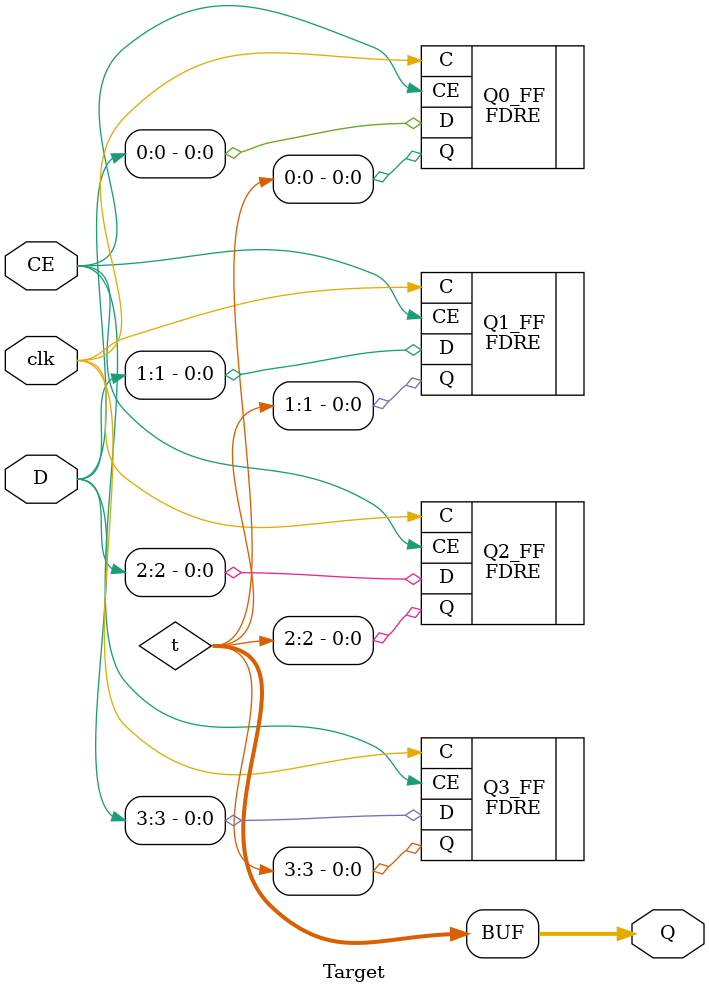
<source format=v>
`timescale 1ns / 1ps

//////////////////////////////////////////////////////////////////////////////////


module Target(
input clk,
input CE,
input [3:0] D,
output [3:0] Q
);
wire [3:0] t;

FDRE #(.INIT(1'b0)) Q0_FF (.C(clk), .CE(CE), .D(D[0]), .Q(t[0]));
FDRE #(.INIT(1'b0)) Q1_FF (.C(clk), .CE(CE), .D(D[1]), .Q(t[1]));
FDRE #(.INIT(1'b0)) Q2_FF (.C(clk), .CE(CE), .D(D[2]), .Q(t[2]));
FDRE #(.INIT(1'b0)) Q3_FF (.C(clk), .CE(CE), .D(D[3]), .Q(t[3]));
assign Q=t; 

endmodule

</source>
